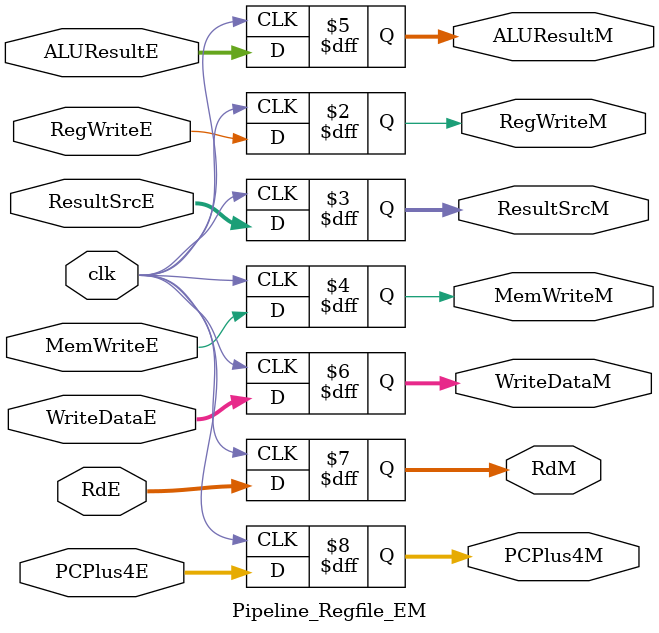
<source format=sv>
module Pipeline_Regfile_EM (
    //INPUTS
    input logic             clk,
    input logic             RegWriteE,
    input logic [1:0]       ResultSrcE,
    input logic             MemWriteE,

    input logic [31:0]      ALUResultE,
    input logic [31:0]      WriteDataE,
    input logic [4:0]       RdE,
    input logic [31:0]      PCPlus4E,

    //OUTPUTS
    output logic            RegWriteM,
    output logic [1:0]      ResultSrcM,
    output logic            MemWriteM,

    output logic [31:0]     ALUResultM,
    output logic [31:0]     WriteDataM, 
    output logic [4:0]      RdM,
    output logic [31:0]     PCPlus4M
);

always_ff @(posedge clk) begin
    RegWriteM <= RegWriteE;
    ResultSrcM <= ResultSrcE;
    MemWriteM <= MemWriteE;
    ALUResultM <= ALUResultE;
    WriteDataM <= WriteDataE;
    RdM <= RdE;
    PCPlus4M <= PCPlus4E;
end

endmodule

</source>
